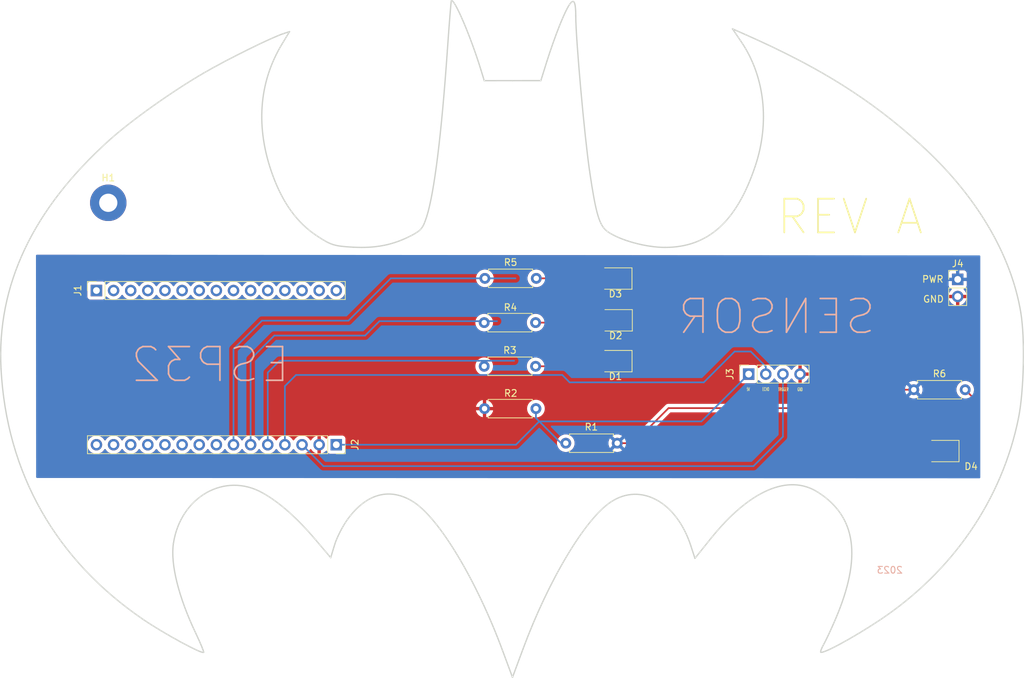
<source format=kicad_pcb>
(kicad_pcb (version 20221018) (generator pcbnew)
  (layers (0 "F.Cu" signal) (31 "B.Cu" signal) (34 "B.Paste" user) (35 "F.Paste" user) (36 "B.SilkS" user "B.Silkscreen") (37 "F.SilkS" user "F.Silkscreen") (38 "B.Mask" user) (39 "F.Mask" user) (44 "Edge.Cuts" user))
  (net 0 "")
  (net 1 "Net-(D1-A)")
  (net 2 "GND")
  (net 18 "Net-(D2-A)")
  (net 19 "Net-(D3-A)")
  (net 20 "Net-(J2-Pin_1)")
  (net 21 "Net-(J2-Pin_3)")
  (net 22 "Net-(J2-Pin_4)")
  (net 23 "Net-(J2-Pin_5)")
  (net 24 "Net-(J2-Pin_6)")
  (net 25 "Net-(J2-Pin_7)")
  (net 34 "+9V")
  (net 35 "Net-(D4-A)")
  (footprint "LED_SMD:LED_1210_3225Metric_Pad1.42x2.65mm_HandSolder" (layer "F.Cu") (at 172.2771 89.3572 180)
    (fp_text reference "D1" (at 0 -2.28) (layer "F.SilkS"))
    (fp_text value "LED")
    (fp_line (start -2.46 -1.585) (end -2.46 1.585) (stroke (width 0.12)) (layer "F.SilkS"))
    (fp_line (start -2.46 1.585) (end 1.6 1.585) (stroke (width 0.12)) (layer "F.SilkS"))
    (fp_line (start 1.6 -1.585) (end -2.46 -1.585) (stroke (width 0.12)) (layer "F.SilkS"))
    (pad "1" smd roundrect (at -1.4875 0 180) (size 1.425 2.65) (layers "F.Cu" "F.Paste" "F.Mask") (roundrect_rratio 0.1754392982) (net 2 "GND"))
    (pad "2" smd roundrect (at 1.4875 0 180) (size 1.425 2.65) (layers "F.Cu" "F.Paste" "F.Mask") (roundrect_rratio 0.1754392982) (net 1 "Net-(D1-A)"))
  )
  (footprint "Resistor_THT:R_Axial_DIN0207_L6.3mm_D2.5mm_P7.62mm_Horizontal" (layer "F.Cu") (at 160.485 96.4 180)
    (fp_text reference "R2" (at 3.735 2.275 180) (layer "F.SilkS"))
    (fp_text value "300")
    (fp_line (start 0.54 -1.37) (end 7.08 -1.37) (stroke (width 0.12)) (layer "F.SilkS"))
    (fp_line (start 0.54 -1.04) (end 0.54 -1.37) (stroke (width 0.12)) (layer "F.SilkS"))
    (fp_line (start 0.54 1.04) (end 0.54 1.37) (stroke (width 0.12)) (layer "F.SilkS"))
    (fp_line (start 0.54 1.37) (end 7.08 1.37) (stroke (width 0.12)) (layer "F.SilkS"))
    (fp_line (start 7.08 -1.37) (end 7.08 -1.04) (stroke (width 0.12)) (layer "F.SilkS"))
    (fp_line (start 7.08 1.37) (end 7.08 1.04) (stroke (width 0.12)) (layer "F.SilkS"))
    (pad "1" thru_hole circle (at 0 0 180) (size 1.6 1.6) (drill 0.8) (layers "*.Cu" "*.Mask") (net 20 "Net-(J2-Pin_1)"))
    (pad "2" thru_hole oval (at 7.62 0 180) (size 1.6 1.6) (drill 0.8) (layers "*.Cu" "*.Mask") (net 2 "GND"))
  )
  (footprint "Resistor_THT:R_Axial_DIN0207_L6.3mm_D2.5mm_P7.62mm_Horizontal" (layer "F.Cu") (at 160.435 83.65 180)
    (fp_text reference "R4" (at 3.735 2.25 180) (layer "F.SilkS"))
    (fp_text value "250")
    (fp_line (start 0.54 -1.37) (end 7.08 -1.37) (stroke (width 0.12)) (layer "F.SilkS"))
    (fp_line (start 0.54 -1.04) (end 0.54 -1.37) (stroke (width 0.12)) (layer "F.SilkS"))
    (fp_line (start 0.54 1.04) (end 0.54 1.37) (stroke (width 0.12)) (layer "F.SilkS"))
    (fp_line (start 0.54 1.37) (end 7.08 1.37) (stroke (width 0.12)) (layer "F.SilkS"))
    (fp_line (start 7.08 -1.37) (end 7.08 -1.04) (stroke (width 0.12)) (layer "F.SilkS"))
    (fp_line (start 7.08 1.37) (end 7.08 1.04) (stroke (width 0.12)) (layer "F.SilkS"))
    (pad "1" thru_hole circle (at 0 0 180) (size 1.6 1.6) (drill 0.8) (layers "*.Cu" "*.Mask") (net 18 "Net-(D2-A)"))
    (pad "2" thru_hole oval (at 7.62 0 180) (size 1.6 1.6) (drill 0.8) (layers "*.Cu" "*.Mask") (net 24 "Net-(J2-Pin_6)"))
  )
  (footprint "LED_SMD:LED_1210_3225Metric_Pad1.42x2.65mm_HandSolder" (layer "F.Cu") (at 172.2628 77.1144 180)
    (fp_text reference "D3" (at 0 -2.28) (layer "F.SilkS"))
    (fp_text value "LED")
    (fp_line (start -2.46 -1.585) (end -2.46 1.585) (stroke (width 0.12)) (layer "F.SilkS"))
    (fp_line (start -2.46 1.585) (end 1.6 1.585) (stroke (width 0.12)) (layer "F.SilkS"))
    (fp_line (start 1.6 -1.585) (end -2.46 -1.585) (stroke (width 0.12)) (layer "F.SilkS"))
    (pad "1" smd roundrect (at -1.4875 0 180) (size 1.425 2.65) (layers "F.Cu" "F.Paste" "F.Mask") (roundrect_rratio 0.1754392982) (net 2 "GND"))
    (pad "2" smd roundrect (at 1.4875 0 180) (size 1.425 2.65) (layers "F.Cu" "F.Paste" "F.Mask") (roundrect_rratio 0.1754392982) (net 19 "Net-(D3-A)"))
  )
  (footprint "Connector_PinSocket_2.54mm:PinSocket_1x15_P2.54mm_Vertical" (layer "F.Cu") (at 130.8862 101.7524 -90)
    (fp_text reference "J2" (at 0 -2.77 90) (layer "F.SilkS"))
    (fp_text value "Conn_01x15")
    (fp_line (start -1.33 1.27) (end -1.33 36.89) (stroke (width 0.12)) (layer "F.SilkS"))
    (fp_line (start -1.33 1.27) (end 1.33 1.27) (stroke (width 0.12)) (layer "F.SilkS"))
    (fp_line (start -1.33 36.89) (end 1.33 36.89) (stroke (width 0.12)) (layer "F.SilkS"))
    (fp_line (start 0 -1.33) (end 1.33 -1.33) (stroke (width 0.12)) (layer "F.SilkS"))
    (fp_line (start 1.33 -1.33) (end 1.33 0) (stroke (width 0.12)) (layer "F.SilkS"))
    (fp_line (start 1.33 1.27) (end 1.33 36.89) (stroke (width 0.12)) (layer "F.SilkS"))
    (pad "1" thru_hole rect (at 0 0 270) (size 1.7 1.7) (drill 1) (layers "*.Cu" "*.Mask") (net 20 "Net-(J2-Pin_1)"))
    (pad "2" thru_hole oval (at 0 2.54 270) (size 1.7 1.7) (drill 1) (layers "*.Cu" "*.Mask") (net 2 "GND"))
    (pad "3" thru_hole oval (at 0 5.08 270) (size 1.7 1.7) (drill 1) (layers "*.Cu" "*.Mask") (net 21 "Net-(J2-Pin_3)"))
    (pad "4" thru_hole oval (at 0 7.62 270) (size 1.7 1.7) (drill 1) (layers "*.Cu" "*.Mask") (net 22 "Net-(J2-Pin_4)"))
    (pad "5" thru_hole oval (at 0 10.16 270) (size 1.7 1.7) (drill 1) (layers "*.Cu" "*.Mask") (net 23 "Net-(J2-Pin_5)"))
    (pad "6" thru_hole oval (at 0 12.7 270) (size 1.7 1.7) (drill 1) (layers "*.Cu" "*.Mask") (net 24 "Net-(J2-Pin_6)"))
    (pad "7" thru_hole oval (at 0 15.24 270) (size 1.7 1.7) (drill 1) (layers "*.Cu" "*.Mask") (net 25 "Net-(J2-Pin_7)"))
    (pad "8" thru_hole oval (at 0 17.78 270) (size 1.7 1.7) (drill 1) (layers "*.Cu" "*.Mask"))
    (pad "9" thru_hole oval (at 0 20.32 270) (size 1.7 1.7) (drill 1) (layers "*.Cu" "*.Mask"))
    (pad "10" thru_hole oval (at 0 22.86 270) (size 1.7 1.7) (drill 1) (layers "*.Cu" "*.Mask"))
    (pad "11" thru_hole oval (at 0 25.4 270) (size 1.7 1.7) (drill 1) (layers "*.Cu" "*.Mask"))
    (pad "12" thru_hole oval (at 0 27.94 270) (size 1.7 1.7) (drill 1) (layers "*.Cu" "*.Mask"))
    (pad "13" thru_hole oval (at 0 30.48 270) (size 1.7 1.7) (drill 1) (layers "*.Cu" "*.Mask"))
    (pad "14" thru_hole oval (at 0 33.02 270) (size 1.7 1.7) (drill 1) (layers "*.Cu" "*.Mask"))
    (pad "15" thru_hole oval (at 0 35.56 270) (size 1.7 1.7) (drill 1) (layers "*.Cu" "*.Mask"))
  )
  (footprint "Resistor_THT:R_Axial_DIN0207_L6.3mm_D2.5mm_P7.62mm_Horizontal" (layer "F.Cu") (at 152.815 90.125)
    (fp_text reference "R3" (at 3.81 -2.37) (layer "F.SilkS"))
    (fp_text value "250")
    (fp_line (start 0.54 -1.37) (end 7.08 -1.37) (stroke (width 0.12)) (layer "F.SilkS"))
    (fp_line (start 0.54 -1.04) (end 0.54 -1.37) (stroke (width 0.12)) (layer "F.SilkS"))
    (fp_line (start 0.54 1.04) (end 0.54 1.37) (stroke (width 0.12)) (layer "F.SilkS"))
    (fp_line (start 0.54 1.37) (end 7.08 1.37) (stroke (width 0.12)) (layer "F.SilkS"))
    (fp_line (start 7.08 -1.37) (end 7.08 -1.04) (stroke (width 0.12)) (layer "F.SilkS"))
    (fp_line (start 7.08 1.37) (end 7.08 1.04) (stroke (width 0.12)) (layer "F.SilkS"))
    (pad "1" thru_hole circle (at 0 0) (size 1.6 1.6) (drill 0.8) (layers "*.Cu" "*.Mask") (net 23 "Net-(J2-Pin_5)"))
    (pad "2" thru_hole oval (at 7.62 0) (size 1.6 1.6) (drill 0.8) (layers "*.Cu" "*.Mask") (net 1 "Net-(D1-A)"))
  )
  (footprint "Connector_PinSocket_2.54mm:PinSocket_1x15_P2.54mm_Vertical" (layer "F.Cu") (at 95.3262 78.8924 90)
    (fp_text reference "J1" (at 0 -2.77 90) (layer "F.SilkS"))
    (fp_text value "Conn_01x15")
    (fp_line (start -1.33 1.27) (end -1.33 36.89) (stroke (width 0.12)) (layer "F.SilkS"))
    (fp_line (start -1.33 1.27) (end 1.33 1.27) (stroke (width 0.12)) (layer "F.SilkS"))
    (fp_line (start -1.33 36.89) (end 1.33 36.89) (stroke (width 0.12)) (layer "F.SilkS"))
    (fp_line (start 0 -1.33) (end 1.33 -1.33) (stroke (width 0.12)) (layer "F.SilkS"))
    (fp_line (start 1.33 -1.33) (end 1.33 0) (stroke (width 0.12)) (layer "F.SilkS"))
    (fp_line (start 1.33 1.27) (end 1.33 36.89) (stroke (width 0.12)) (layer "F.SilkS"))
    (pad "1" thru_hole rect (at 0 0 90) (size 1.7 1.7) (drill 1) (layers "*.Cu" "*.Mask"))
    (pad "2" thru_hole oval (at 0 2.54 90) (size 1.7 1.7) (drill 1) (layers "*.Cu" "*.Mask"))
    (pad "3" thru_hole oval (at 0 5.08 90) (size 1.7 1.7) (drill 1) (layers "*.Cu" "*.Mask"))
    (pad "4" thru_hole oval (at 0 7.62 90) (size 1.7 1.7) (drill 1) (layers "*.Cu" "*.Mask"))
    (pad "5" thru_hole oval (at 0 10.16 90) (size 1.7 1.7) (drill 1) (layers "*.Cu" "*.Mask"))
    (pad "6" thru_hole oval (at 0 12.7 90) (size 1.7 1.7) (drill 1) (layers "*.Cu" "*.Mask"))
    (pad "7" thru_hole oval (at 0 15.24 90) (size 1.7 1.7) (drill 1) (layers "*.Cu" "*.Mask"))
    (pad "8" thru_hole oval (at 0 17.78 90) (size 1.7 1.7) (drill 1) (layers "*.Cu" "*.Mask"))
    (pad "9" thru_hole oval (at 0 20.32 90) (size 1.7 1.7) (drill 1) (layers "*.Cu" "*.Mask"))
    (pad "10" thru_hole oval (at 0 22.86 90) (size 1.7 1.7) (drill 1) (layers "*.Cu" "*.Mask"))
    (pad "11" thru_hole oval (at 0 25.4 90) (size 1.7 1.7) (drill 1) (layers "*.Cu" "*.Mask"))
    (pad "12" thru_hole oval (at 0 27.94 90) (size 1.7 1.7) (drill 1) (layers "*.Cu" "*.Mask"))
    (pad "13" thru_hole oval (at 0 30.48 90) (size 1.7 1.7) (drill 1) (layers "*.Cu" "*.Mask"))
    (pad "14" thru_hole oval (at 0 33.02 90) (size 1.7 1.7) (drill 1) (layers "*.Cu" "*.Mask"))
    (pad "15" thru_hole oval (at 0 35.56 90) (size 1.7 1.7) (drill 1) (layers "*.Cu" "*.Mask"))
  )
  (footprint "Connector_PinSocket_2.54mm:PinSocket_1x04_P2.54mm_Vertical" (layer "F.Cu") (at 192.024 91.2876 90)
    (fp_text reference "J3" (at 0 -2.77 90) (layer "F.SilkS"))
    (fp_text value "Screw_Terminal_01x04")
    (fp_line (start -1.33 1.27) (end -1.33 8.95) (stroke (width 0.12)) (layer "F.SilkS"))
    (fp_line (start -1.33 1.27) (end 1.33 1.27) (stroke (width 0.12)) (layer "F.SilkS"))
    (fp_line (start -1.33 8.95) (end 1.33 8.95) (stroke (width 0.12)) (layer "F.SilkS"))
    (fp_line (start 0 -1.33) (end 1.33 -1.33) (stroke (width 0.12)) (layer "F.SilkS"))
    (fp_line (start 1.33 -1.33) (end 1.33 0) (stroke (width 0.12)) (layer "F.SilkS"))
    (fp_line (start 1.33 1.27) (end 1.33 8.95) (stroke (width 0.12)) (layer "F.SilkS"))
    (pad "1" thru_hole rect (at 0 0 90) (size 1.7 1.7) (drill 1) (layers "*.Cu" "*.Mask") (net 20 "Net-(J2-Pin_1)"))
    (pad "2" thru_hole oval (at 0 2.54 90) (size 1.7 1.7) (drill 1) (layers "*.Cu" "*.Mask") (net 22 "Net-(J2-Pin_4)"))
    (pad "3" thru_hole oval (at 0 5.08 90) (size 1.7 1.7) (drill 1) (layers "*.Cu" "*.Mask") (net 21 "Net-(J2-Pin_3)"))
    (pad "4" thru_hole oval (at 0 7.62 90) (size 1.7 1.7) (drill 1) (layers "*.Cu" "*.Mask") (net 2 "GND"))
  )
  (footprint "Connector_PinHeader_2.54mm:PinHeader_1x02_P2.54mm_Vertical" (layer "F.Cu") (at 223.012 77.2414)
    (fp_text reference "J4" (at 0 -2.33) (layer "F.SilkS"))
    (fp_text value "Conn_01x02" hide)
    (fp_line (start -1.33 -1.33) (end 0 -1.33) (stroke (width 0.12)) (layer "F.SilkS"))
    (fp_line (start -1.33 0) (end -1.33 -1.33) (stroke (width 0.12)) (layer "F.SilkS"))
    (fp_line (start -1.33 1.27) (end -1.33 3.87) (stroke (width 0.12)) (layer "F.SilkS"))
    (fp_line (start -1.33 1.27) (end 1.33 1.27) (stroke (width 0.12)) (layer "F.SilkS"))
    (fp_line (start -1.33 3.87) (end 1.33 3.87) (stroke (width 0.12)) (layer "F.SilkS"))
    (fp_line (start 1.33 1.27) (end 1.33 3.87) (stroke (width 0.12)) (layer "F.SilkS"))
    (pad "1" thru_hole rect (at 0 0) (size 1.7 1.7) (drill 1) (layers "*.Cu" "*.Mask") (net 34 "+9V"))
    (pad "2" thru_hole oval (at 0 2.54) (size 1.7 1.7) (drill 1) (layers "*.Cu" "*.Mask") (net 2 "GND"))
  )
  (footprint "MountingHole:MountingHole_2.7mm_Pad" (layer "F.Cu") (at 97.0788 65.8876)
    (fp_text reference "H1" (at 0 -3.7) (layer "F.SilkS"))
    (fp_text value "MountingHole")
    (pad "1" thru_hole circle locked (at 0 0) (size 5.4 5.4) (drill 2.7) (layers "*.Cu" "*.Mask"))
  )
  (footprint "Resistor_THT:R_Axial_DIN0207_L6.3mm_D2.5mm_P7.62mm_Horizontal" (layer "F.Cu") (at 216.505 93.6)
    (fp_text reference "R6" (at 3.81 -2.37) (layer "F.SilkS"))
    (fp_text value "450")
    (fp_line (start 0.54 -1.37) (end 7.08 -1.37) (stroke (width 0.12)) (layer "F.SilkS"))
    (fp_line (start 0.54 -1.04) (end 0.54 -1.37) (stroke (width 0.12)) (layer "F.SilkS"))
    (fp_line (start 0.54 1.04) (end 0.54 1.37) (stroke (width 0.12)) (layer "F.SilkS"))
    (fp_line (start 0.54 1.37) (end 7.08 1.37) (stroke (width 0.12)) (layer "F.SilkS"))
    (fp_line (start 7.08 -1.37) (end 7.08 -1.04) (stroke (width 0.12)) (layer "F.SilkS"))
    (fp_line (start 7.08 1.37) (end 7.08 1.04) (stroke (width 0.12)) (layer "F.SilkS"))
    (pad "1" thru_hole circle (at 0 0) (size 1.6 1.6) (drill 0.8) (layers "*.Cu" "*.Mask") (net 34 "+9V"))
    (pad "2" thru_hole oval (at 7.62 0) (size 1.6 1.6) (drill 0.8) (layers "*.Cu" "*.Mask") (net 35 "Net-(D4-A)"))
  )
  (footprint "LED_SMD:LED_1210_3225Metric_Pad1.42x2.65mm_HandSolder" (layer "F.Cu") (at 220.7514 102.6922 180)
    (fp_text reference "D4" (at -4.2486 -2.28) (layer "F.SilkS"))
    (fp_text value locked "LED" hide)
    (fp_line (start -2.46 -1.585) (end -2.46 1.585) (stroke (width 0.12)) (layer "F.SilkS"))
    (fp_line (start -2.46 1.585) (end 1.6 1.585) (stroke (width 0.12)) (layer "F.SilkS"))
    (fp_line (start 1.6 -1.585) (end -2.46 -1.585) (stroke (width 0.12)) (layer "F.SilkS"))
    (pad "1" smd roundrect (at -1.4875 0 180) (size 1.425 2.65) (layers "F.Cu" "F.Paste" "F.Mask") (roundrect_rratio 0.1754392982) (net 2 "GND"))
    (pad "2" smd roundrect (at 1.4875 0 180) (size 1.425 2.65) (layers "F.Cu" "F.Paste" "F.Mask") (roundrect_rratio 0.1754392982) (net 35 "Net-(D4-A)"))
  )
  (footprint "Resistor_THT:R_Axial_DIN0207_L6.3mm_D2.5mm_P7.62mm_Horizontal" (layer "F.Cu") (at 172.535 101.525 180)
    (fp_text reference "R1" (at 3.835 2.4 180) (layer "F.SilkS"))
    (fp_text value "200")
    (fp_line (start 0.54 -1.37) (end 7.08 -1.37) (stroke (width 0.12)) (layer "F.SilkS"))
    (fp_line (start 0.54 -1.04) (end 0.54 -1.37) (stroke (width 0.12)) (layer "F.SilkS"))
    (fp_line (start 0.54 1.04) (end 0.54 1.37) (stroke (width 0.12)) (layer "F.SilkS"))
    (fp_line (start 0.54 1.37) (end 7.08 1.37) (stroke (width 0.12)) (layer "F.SilkS"))
    (fp_line (start 7.08 -1.37) (end 7.08 -1.04) (stroke (width 0.12)) (layer "F.SilkS"))
    (fp_line (start 7.08 1.37) (end 7.08 1.04) (stroke (width 0.12)) (layer "F.SilkS"))
    (pad "1" thru_hole circle (at 0 0 180) (size 1.6 1.6) (drill 0.8) (layers "*.Cu" "*.Mask") (net 34 "+9V"))
    (pad "2" thru_hole oval (at 7.62 0 180) (size 1.6 1.6) (drill 0.8) (layers "*.Cu" "*.Mask") (net 20 "Net-(J2-Pin_1)"))
  )
  (footprint "LED_SMD:LED_1210_3225Metric_Pad1.42x2.65mm_HandSolder" (layer "F.Cu") (at 172.3136 83.312 180)
    (fp_text reference "D2" (at 0 -2.28) (layer "F.SilkS"))
    (fp_text value "LED")
    (fp_line (start -2.46 -1.585) (end -2.46 1.585) (stroke (width 0.12)) (layer "F.SilkS"))
    (fp_line (start -2.46 1.585) (end 1.6 1.585) (stroke (width 0.12)) (layer "F.SilkS"))
    (fp_line (start 1.6 -1.585) (end -2.46 -1.585) (stroke (width 0.12)) (layer "F.SilkS"))
    (pad "1" smd roundrect (at -1.4875 0 180) (size 1.425 2.65) (layers "F.Cu" "F.Paste" "F.Mask") (roundrect_rratio 0.1754392982) (net 2 "GND"))
    (pad "2" smd roundrect (at 1.4875 0 180) (size 1.425 2.65) (layers "F.Cu" "F.Paste" "F.Mask") (roundrect_rratio 0.1754392982) (net 18 "Net-(D2-A)"))
  )
  (footprint "Resistor_THT:R_Axial_DIN0207_L6.3mm_D2.5mm_P7.62mm_Horizontal" (layer "F.Cu") (at 152.915 77.089)
    (fp_text reference "R5" (at 3.81 -2.37) (layer "F.SilkS"))
    (fp_text value "250")
    (fp_line (start 0.54 -1.37) (end 7.08 -1.37) (stroke (width 0.12)) (layer "F.SilkS"))
    (fp_line (start 0.54 -1.04) (end 0.54 -1.37) (stroke (width 0.12)) (layer "F.SilkS"))
    (fp_line (start 0.54 1.04) (end 0.54 1.37) (stroke (width 0.12)) (layer "F.SilkS"))
    (fp_line (start 0.54 1.37) (end 7.08 1.37) (stroke (width 0.12)) (layer "F.SilkS"))
    (fp_line (start 7.08 -1.37) (end 7.08 -1.04) (stroke (width 0.12)) (layer "F.SilkS"))
    (fp_line (start 7.08 1.37) (end 7.08 1.04) (stroke (width 0.12)) (layer "F.SilkS"))
    (pad "1" thru_hole circle (at 0 0) (size 1.6 1.6) (drill 0.8) (layers "*.Cu" "*.Mask") (net 25 "Net-(J2-Pin_7)"))
    (pad "2" thru_hole oval (at 7.62 0) (size 1.6 1.6) (drill 0.8) (layers "*.Cu" "*.Mask") (net 19 "Net-(D3-A)"))
  )
  (gr_curve (pts (xy 110.052499 129.702577) (xy 110.754599 131.174108) (xy 111.278706 132.446358) (xy 111.217176 132.529778)) (stroke (width 0.2)) (layer "Edge.Cuts"))
  (gr_curve (pts (xy 142.269597 110.196959) (xy 138.852795 108.058589) (xy 135.397222 108.965019) (xy 132.622322 112.72752)) (stroke (width 0.2)) (layer "Edge.Cuts"))
  (gr_curve (pts (xy 144.301005 67.895043) (xy 145.416606 64.368321) (xy 146.49015 55.717335) (xy 147.351827 43.310559)) (stroke (width 0.2)) (layer "Edge.Cuts"))
  (gr_curve (pts (xy 147.351827 43.310559) (xy 147.628557 39.326106) (xy 147.892661 36.014999) (xy 147.938729 35.95254)) (stroke (width 0.2)) (layer "Edge.Cuts"))
  (gr_line (start 161.212156 47.771014) (end 162.115828 44.890612) (stroke (width 0.2)) (layer "Edge.Cuts"))
  (gr_line (start 123.055886 40.802036) (end 123.954355 40.508278) (stroke (width 0.2)) (layer "Edge.Cuts"))
  (gr_curve (pts (xy 202.278628 108.788559) (xy 197.910776 106.012438) (xy 192.123094 108.529069) (xy 186.374949 115.703852)) (stroke (width 0.2)) (layer "Edge.Cuts"))
  (gr_curve (pts (xy 111.29619 46.608623) (xy 114.811571 44.568979) (xy 121.23437 41.397585) (xy 123.055886 40.802036)) (stroke (width 0.2)) (layer "Edge.Cuts"))
  (gr_curve (pts (xy 232.02062 97.845345) (xy 229.567719 109.890779) (xy 222.297206 120.495735) (xy 211.565742 127.681326)) (stroke (width 0.2)) (layer "Edge.Cuts"))
  (gr_line (start 158.581442 132.002728) (end 157.009137 136.24177) (stroke (width 0.2)) (layer "Edge.Cuts"))
  (gr_line (start 152.329686 46.177942) (end 152.820051 47.777414) (stroke (width 0.2)) (layer "Edge.Cuts"))
  (gr_curve (pts (xy 97.147914 56.678608) (xy 100.443601 53.704543) (xy 106.519102 49.380319) (xy 111.29619 46.608623)) (stroke (width 0.2)) (layer "Edge.Cuts"))
  (gr_curve (pts (xy 111.217176 132.529778) (xy 110.994356 132.831928) (xy 105.398453 129.793937) (xy 102.310591 127.694456)) (stroke (width 0.2)) (layer "Edge.Cuts"))
  (gr_curve (pts (xy 163.966237 39.663066) (xy 165.711398 35.336479) (xy 166.389355 34.922686) (xy 166.389355 38.184106)) (stroke (width 0.2)) (layer "Edge.Cuts"))
  (gr_curve (pts (xy 141.994589 70.747704) (xy 143.476672 69.977975) (xy 143.748445 69.641843) (xy 144.301005 67.895043)) (stroke (width 0.2)) (layer "Edge.Cuts"))
  (gr_line (start 157.009137 136.24177) (end 155.518114 132.218388) (stroke (width 0.2)) (layer "Edge.Cuts"))
  (gr_curve (pts (xy 155.518114 132.218388) (xy 151.668745 121.831164) (xy 146.118582 112.60581) (xy 142.269597 110.196959)) (stroke (width 0.2)) (layer "Edge.Cuts"))
  (gr_line (start 186.374949 115.703852) (end 184.056623 118.597573) (stroke (width 0.2)) (layer "Edge.Cuts"))
  (gr_curve (pts (xy 122.828315 42.37134) (xy 119.377602 48.080665) (xy 118.902724 54.786508) (xy 121.453386 61.787121)) (stroke (width 0.2)) (layer "Edge.Cuts"))
  (gr_curve (pts (xy 119.953686 108.891619) (xy 114.360203 105.754938) (xy 107.801915 109.463189) (xy 106.742097 116.361842)) (stroke (width 0.2)) (layer "Edge.Cuts"))
  (gr_curve (pts (xy 121.453386 61.787121) (xy 122.949094 65.892282) (xy 125.056257 68.810693) (xy 127.896474 70.710754)) (stroke (width 0.2)) (layer "Edge.Cuts"))
  (gr_curve (pts (xy 133.395178 72.467605) (xy 136.755273 72.647925) (xy 139.325481 72.133884) (xy 141.994589 70.747704)) (stroke (width 0.2)) (layer "Edge.Cuts"))
  (gr_curve (pts (xy 183.436309 116.697712) (xy 181.317352 110.207839) (xy 175.998977 107.314118) (xy 171.580504 110.246979)) (stroke (width 0.2)) (layer "Edge.Cuts"))
  (gr_curve (pts (xy 203.167498 131.315718) (xy 203.488099 130.751708) (xy 204.248939 129.126627) (xy 204.858309 127.704446)) (stroke (width 0.2)) (layer "Edge.Cuts"))
  (gr_line (start 152.820051 47.777414) (end 157.016095 47.774214) (stroke (width 0.2)) (layer "Edge.Cuts"))
  (gr_curve (pts (xy 132.622322 112.72752) (xy 131.86632 113.752591) (xy 130.979839 115.469332) (xy 130.652363 116.542542)) (stroke (width 0.2)) (layer "Edge.Cuts"))
  (gr_curve (pts (xy 179.628921 72.501135) (xy 186.004074 72.496135) (xy 190.239801 68.682503) (xy 192.992144 60.469044)) (stroke (width 0.2)) (layer "Edge.Cuts"))
  (gr_curve (pts (xy 171.580504 110.246979) (xy 167.764999 112.779591) (xy 162.350026 121.842314) (xy 158.581442 132.002728)) (stroke (width 0.2)) (layer "Edge.Cuts"))
  (gr_curve (pts (xy 191.622924 40.982545) (xy 202.648518 45.862632) (xy 210.057671 50.51675) (xy 217.455504 57.20947)) (stroke (width 0.2)) (layer "Edge.Cuts"))
  (gr_line (start 130.056953 118.493813) (end 127.807494 115.836982) (stroke (width 0.2)) (layer "Edge.Cuts"))
  (gr_curve (pts (xy 202.702898 132.501398) (xy 202.637798 132.413198) (xy 202.846918 131.879738) (xy 203.167498 131.315718)) (stroke (width 0.2)) (layer "Edge.Cuts"))
  (gr_curve (pts (xy 81.180595 90.479912) (xy 80.532064 78.154597) (xy 85.868951 66.856902) (xy 97.147914 56.678608)) (stroke (width 0.2)) (layer "Edge.Cuts"))
  (gr_line (start 184.056623 118.597573) (end 183.436309 116.697712) (stroke (width 0.2)) (layer "Edge.Cuts"))
  (gr_line (start 123.954355 40.508278) (end 122.828315 42.37134) (stroke (width 0.2)) (layer "Edge.Cuts"))
  (gr_curve (pts (xy 106.742097 116.361842) (xy 106.273593 119.411483) (xy 107.499461 124.351645) (xy 110.052499 129.702577)) (stroke (width 0.2)) (layer "Edge.Cuts"))
  (gr_line (start 130.652363 116.542542) (end 130.056953 118.493813) (stroke (width 0.2)) (layer "Edge.Cuts"))
  (gr_curve (pts (xy 204.858309 127.704446) (xy 208.829841 118.435163) (xy 208.01114 112.43203) (xy 202.278628 108.788559)) (stroke (width 0.2)) (layer "Edge.Cuts"))
  (gr_curve (pts (xy 166.389355 38.184106) (xy 166.389355 41.579931) (xy 167.673568 55.972919) (xy 168.444822 61.221159)) (stroke (width 0.2)) (layer "Edge.Cuts"))
  (gr_curve (pts (xy 171.131057 70.174794) (xy 172.954002 71.450874) (xy 176.798363 72.503295) (xy 179.628921 72.501135)) (stroke (width 0.2)) (layer "Edge.Cuts"))
  (gr_curve (pts (xy 162.115828 44.890612) (xy 162.612848 43.306398) (xy 163.445533 40.954) (xy 163.966237 39.663066)) (stroke (width 0.2)) (layer "Edge.Cuts"))
  (gr_curve (pts (xy 102.310591 127.694456) (xy 89.296578 118.846023) (xy 81.996666 105.989288) (xy 81.180595 90.479912)) (stroke (width 0.2)) (layer "Edge.Cuts"))
  (gr_curve (pts (xy 168.444822 61.221159) (xy 169.383491 67.608603) (xy 169.893487 69.308483) (xy 171.131057 70.174794)) (stroke (width 0.2)) (layer "Edge.Cuts"))
  (gr_curve (pts (xy 217.455504 57.20947) (xy 225.670837 64.641791) (xy 230.943549 73.470775) (xy 232.37565 82.192718)) (stroke (width 0.2)) (layer "Edge.Cuts"))
  (gr_curve (pts (xy 127.807494 115.836982) (xy 125.068869 112.60238) (xy 122.465603 110.30023) (xy 119.953686 108.891619)) (stroke (width 0.2)) (layer "Edge.Cuts"))
  (gr_curve (pts (xy 192.992144 60.469044) (xy 195.179005 53.943188) (xy 194.406105 47.123863) (xy 190.894894 41.964479)) (stroke (width 0.2)) (layer "Edge.Cuts"))
  (gr_line (start 189.62472 40.098106) (end 191.622924 40.982545) (stroke (width 0.2)) (layer "Edge.Cuts"))
  (gr_line (start 157.016095 47.774214) (end 161.212156 47.771014) (stroke (width 0.2)) (layer "Edge.Cuts"))
  (gr_curve (pts (xy 127.896474 70.710754) (xy 130.057766 72.156624) (xy 130.553765 72.315095) (xy 133.395178 72.467605)) (stroke (width 0.2)) (layer "Edge.Cuts"))
  (gr_curve (pts (xy 232.37565 82.192718) (xy 233.00831 86.04585) (xy 232.83092 93.866073) (xy 232.02062 97.845345)) (stroke (width 0.2)) (layer "Edge.Cuts"))
  (gr_line (start 190.894894 41.964479) (end 189.62472 40.098106) (stroke (width 0.2)) (layer "Edge.Cuts"))
  (gr_curve (pts (xy 211.565742 127.681326) (xy 207.68666 130.278707) (xy 202.959838 132.849398) (xy 202.702898 132.501398)) (stroke (width 0.2)) (layer "Edge.Cuts"))
  (gr_curve (pts (xy 147.938729 35.95254) (xy 148.327104 35.425934) (xy 150.796032 41.175421) (xy 152.329686 46.177942)) (stroke (width 0.2)) (layer "Edge.Cuts"))
  (gr_text "ESP32" (at 124.275 92.825) (layer "B.SilkS") (effects (font (size 5 5) (thickness 0.25)) (justify left bottom mirror)))
  (gr_text "2023" (at 214.95 120.925) (layer "B.SilkS") (effects (font (size 1 1)) (justify left bottom mirror)))
  (gr_text "SENSOR" (at 211.125 85.7) (layer "B.SilkS") (effects (font (size 5 5) (thickness 0.25) bold) (justify left bottom mirror)))
  (gr_text "ECHO" (at 194.025 93.825) (layer "F.SilkS") (effects (font (size 0.5 0.25) (thickness 0.0625)) (justify left bottom)))
  (gr_text "GND" (at 199.225 93.85) (layer "F.SilkS") (effects (font (size 0.5 0.25) (thickness 0.0625)) (justify left bottom)))
  (gr_text "REV A" (at 195.95 70.9) (layer "F.SilkS") (effects (font (size 5 5) (thickness 0.25)) (justify left bottom)))
  (gr_text "5V" (at 191.7 93.825) (layer "F.SilkS") (effects (font (size 0.5 0.25) (thickness 0.0625)) (justify left bottom)))
  (gr_text "PWR" (at 217.65 77.8) (layer "F.SilkS") (effects (font (size 1 1)) (justify left bottom)))
  (gr_text "GND" (at 217.8 80.75) (layer "F.SilkS") (effects (font (size 1 1)) (justify left bottom)))
  (gr_text "TRIGGER" (at 196.35 93.85) (layer "F.SilkS") (effects (font (size 0.5 0.25) (thickness 0.0625)) (justify left bottom)))
  (segment (start 170.7388 89.3064) (end 170.7896 89.3572) (width 0.25) (layer "F.Cu") (net 1))
  (segment (start 170.0218 90.125) (end 160.435 90.125) (width 0.25) (layer "F.Cu") (net 1))
  (segment (start 170.7896 89.3572) (end 170.0218 90.125) (width 0.25) (layer "F.Cu") (net 1))
  (segment (start 170.4881 83.65) (end 170.8261 83.312) (width 0.25) (layer "F.Cu") (net 18))
  (segment (start 160.435 83.65) (end 170.4881 83.65) (width 0.25) (layer "F.Cu") (net 18))
  (segment (start 170.7753 77.1144) (end 170.7499 77.089) (width 0.25) (layer "F.Cu") (net 19))
  (segment (start 170.7499 77.089) (end 160.535 77.089) (width 0.25) (layer "F.Cu") (net 19))
  (segment (start 164.21 101.525) (end 164.915 101.525) (width 0.25) (layer "B.Cu") (net 20))
  (segment (start 160.98 98.295) (end 164.21 101.525) (width 0.25) (layer "B.Cu") (net 20))
  (segment (start 157.5226 101.7524) (end 160.98 98.295) (width 0.25) (layer "B.Cu") (net 20))
  (segment (start 185.0166 98.295) (end 160.98 98.295) (width 0.25) (layer "B.Cu") (net 20))
  (segment (start 130.8862 101.7524) (end 157.5226 101.7524) (width 0.25) (layer "B.Cu") (net 20))
  (segment (start 160.485 97.8) (end 160.98 98.295) (width 0.25) (layer "B.Cu") (net 20))
  (segment (start 160.485 96.4) (end 160.485 97.8) (width 0.25) (layer "B.Cu") (net 20))
  (segment (start 192.024 91.2876) (end 185.0166 98.295) (width 0.25) (layer "B.Cu") (net 20))
  (segment (start 197.104 100.5586) (end 192.7352 104.9274) (width 0.25) (layer "B.Cu") (net 21))
  (segment (start 197.104 91.2876) (end 197.104 100.5586) (width 0.25) (layer "B.Cu") (net 21))
  (segment (start 192.7352 104.9274) (end 128.9812 104.9274) (width 0.25) (layer "B.Cu") (net 21))
  (segment (start 128.9812 104.9274) (end 125.8062 101.7524) (width 0.25) (layer "B.Cu") (net 21))
  (segment (start 194.564 90.17) (end 194.564 91.2876) (width 0.25) (layer "B.Cu") (net 22))
  (segment (start 165.481 92.5068) (end 185.3692 92.5068) (width 0.25) (layer "B.Cu") (net 22))
  (segment (start 123.2662 101.7524) (end 123.2662 93.0656) (width 0.25) (layer "B.Cu") (net 22))
  (segment (start 185.3692 92.5068) (end 189.9412 87.9348) (width 0.25) (layer "B.Cu") (net 22))
  (segment (start 164.3888 91.4146) (end 165.481 92.5068) (width 0.25) (layer "B.Cu") (net 22))
  (segment (start 123.2662 93.0656) (end 124.9172 91.4146) (width 0.25) (layer "B.Cu") (net 22))
  (segment (start 192.3288 87.9348) (end 194.564 90.17) (width 0.25) (layer "B.Cu") (net 22))
  (segment (start 189.9412 87.9348) (end 192.3288 87.9348) (width 0.25) (layer "B.Cu") (net 22))
  (segment (start 124.9172 91.4146) (end 164.3888 91.4146) (width 0.25) (layer "B.Cu") (net 22))
  (segment (start 120.7262 91.059) (end 122.4788 89.3064) (width 0.25) (layer "B.Cu") (net 23))
  (segment (start 122.4788 89.3064) (end 157.2478 89.3064) (width 0.25) (layer "B.Cu") (net 23))
  (segment (start 120.7262 101.7524) (end 120.7262 91.059) (width 0.25) (layer "B.Cu") (net 23))
  (segment (start 135.1534 85.5726) (end 137.287 83.439) (width 0.25) (layer "B.Cu") (net 24))
  (segment (start 121.6914 85.5726) (end 135.1534 85.5726) (width 0.25) (layer "B.Cu") (net 24))
  (segment (start 154.715 83.439) (end 137.287 83.439) (width 0.25) (layer "B.Cu") (net 24))
  (segment (start 118.1862 101.7524) (end 118.1862 89.0778) (width 0.25) (layer "B.Cu") (net 24))
  (segment (start 118.1862 89.0778) (end 121.6914 85.5726) (width 0.25) (layer "B.Cu") (net 24))
  (segment (start 115.6462 87.5792) (end 115.6462 101.7524) (width 0.25) (layer "B.Cu") (net 25))
  (segment (start 132.6896 83.3628) (end 119.8626 83.3628) (width 0.25) (layer "B.Cu") (net 25))
  (segment (start 157.451 77.089) (end 138.9634 77.089) (width 0.25) (layer "B.Cu") (net 25))
  (segment (start 138.9634 77.089) (end 132.6896 83.3628) (width 0.25) (layer "B.Cu") (net 25))
  (segment (start 119.8626 83.3628) (end 115.6462 87.5792) (width 0.25) (layer "B.Cu") (net 25))
  (segment (start 174.95 101.525) (end 180.15 96.325) (width 0.25) (layer "F.Cu") (net 34))
  (segment (start 203.925 93.6) (end 216.505 93.6) (width 0.25) (layer "F.Cu") (net 34))
  (segment (start 201.2 96.325) (end 203.925 93.6) (width 0.25) (layer "F.Cu") (net 34))
  (segment (start 180.15 96.325) (end 201.2 96.325) (width 0.25) (layer "F.Cu") (net 34))
  (segment (start 172.535 101.525) (end 174.95 101.525) (width 0.25) (layer "F.Cu") (net 34))
  (segment (start 219.2639 102.6922) (end 219.2639 100.0361) (width 0.25) (layer "F.Cu") (net 35))
  (segment (start 219.2639 100.0361) (end 221.05 98.25) (width 0.25) (layer "F.Cu") (net 35))
  (segment (start 221.05 98.25) (end 222.725 98.25) (width 0.25) (layer "F.Cu") (net 35))
  (segment (start 222.725 98.25) (end 225.275 95.7) (width 0.25) (layer "F.Cu") (net 35))
  (segment (start 225.275 94.75) (end 224.125 93.6) (width 0.25) (layer "F.Cu") (net 35))
  (segment (start 218.9845 102.4128) (end 219.2639 102.6922) (width 0.25) (layer "F.Cu") (net 35))
  (segment (start 225.275 95.7) (end 225.275 94.75) (width 0.25) (layer "F.Cu") (net 35))
  (zone (net 2) (net_name "GND") (layer "F.Cu") (connect_pads (clearance 0.508)) (min_thickness 0.25) (fill yes (thermal_gap 0.5) (thermal_bridge_width 0.5))
    (polygon (pts (xy 86.5378 106.6546) (xy 86.4362 73.6092) (xy 226.2378 73.7108) (xy 226.2886 106.6546)))
  )
  (zone (net 34) (net_name "+9V") (layer "B.Cu") (priority 1) (connect_pads (clearance 0.508)) (min_thickness 0.25) (fill yes (thermal_gap 0.5) (thermal_bridge_width 0.5))
    (polygon (pts (xy 86.36 73.5838) (xy 86.3854 106.68) (xy 226.3648 106.7308) (xy 226.3648 73.6854)))
  )
)
</source>
